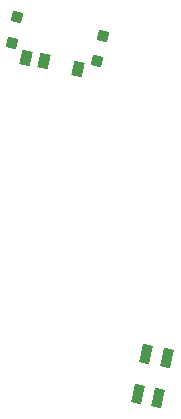
<source format=gbr>
%TF.GenerationSoftware,KiCad,Pcbnew,(6.0.7-1)-1*%
%TF.CreationDate,2022-09-15T11:20:02-04:00*%
%TF.ProjectId,skyline_pcb_left,736b796c-696e-4655-9f70-63625f6c6566,v1.0.0*%
%TF.SameCoordinates,Original*%
%TF.FileFunction,Paste,Top*%
%TF.FilePolarity,Positive*%
%FSLAX46Y46*%
G04 Gerber Fmt 4.6, Leading zero omitted, Abs format (unit mm)*
G04 Created by KiCad (PCBNEW (6.0.7-1)-1) date 2022-09-15 11:20:02*
%MOMM*%
%LPD*%
G01*
G04 APERTURE LIST*
G04 Aperture macros list*
%AMRotRect*
0 Rectangle, with rotation*
0 The origin of the aperture is its center*
0 $1 length*
0 $2 width*
0 $3 Rotation angle, in degrees counterclockwise*
0 Add horizontal line*
21,1,$1,$2,0,0,$3*%
G04 Aperture macros list end*
%ADD10RotRect,0.900000X0.900000X348.000000*%
%ADD11RotRect,0.900000X1.250000X348.000000*%
%ADD12RotRect,1.600000X0.850000X78.000000*%
G04 APERTURE END LIST*
D10*
%TO.C,T1*%
X250804314Y-123795789D03*
X257585200Y-127486261D03*
X250346908Y-125947714D03*
X258042606Y-125334336D03*
D11*
X255964172Y-128138483D03*
X253029730Y-127514748D03*
X251562508Y-127202880D03*
%TD*%
D12*
%TO.C,REF\u002A\u002A*%
X263441524Y-152619695D03*
X261002074Y-155679367D03*
X262713833Y-156043212D03*
X261729765Y-152255850D03*
%TD*%
M02*

</source>
